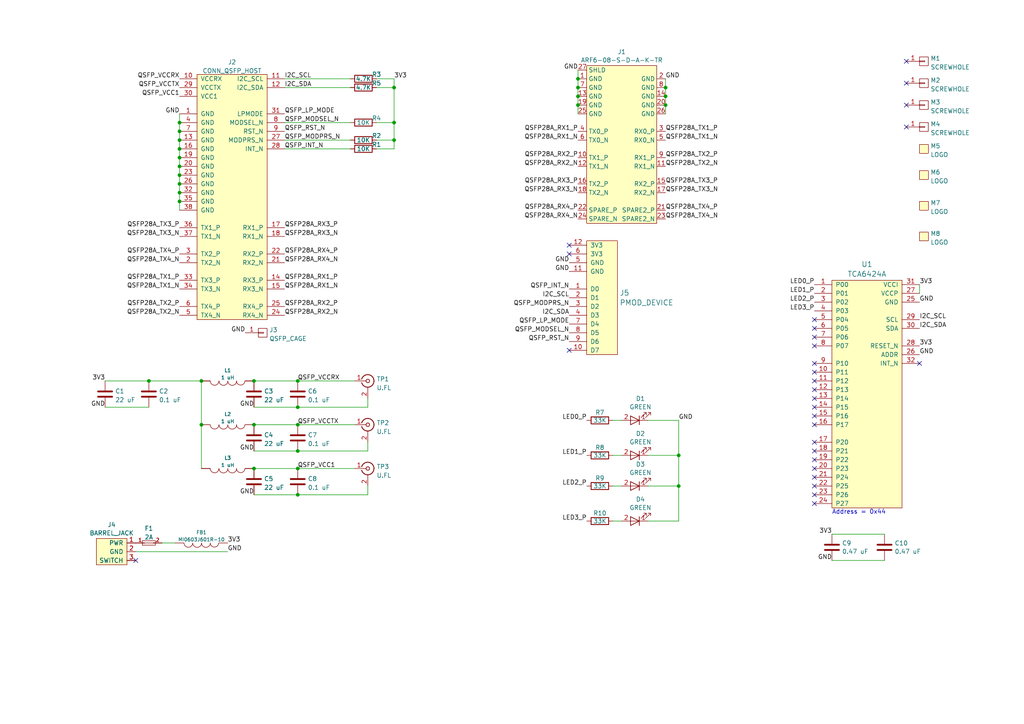
<source format=kicad_sch>
(kicad_sch (version 20231120) (generator "eeschema") (generator_version "8.0")
  (paper "A4")
  (title_block (title "QSFP+ to ARF6") (date "2025-03-01") (rev "0.1") (company "Antikernel Labs") (comment 1 "Andrew D. Zonenberg"))
  (lib_symbols
    (symbol "conn:CONN_01X01" (pin_names (offset 1.016) hide)
      (property "Reference" "J" (at 0 2.54 0))
      (property "Value" "CONN_01X01" (at 2.54 0 90))
      (symbol "CONN_01X01_0_1"
        (rectangle (start -1.27 0.127) (end 0.254 -0.127))
        (rectangle (start -1.27 1.27) (end 1.27 -1.27))
      )
      (symbol "CONN_01X01_1_1"
        (pin passive line (at -5.08 0 0) (length 3.81) (name "P1") (number "1"))
      )
    )
    (symbol "conn:CONN_COAXIAL" (pin_names (offset 1.016) hide)
      (property "Reference" "J" (at 0.254 3.048 0))
      (property "Value" "CONN_COAXIAL" (at 2.921 0 90))
      (symbol "CONN_COAXIAL_0_1"
        (arc (start -1.778 -0.508) (mid 0.2311 -1.8066) (end 1.778 0) (stroke (width 0.254)))
        (polyline (pts (xy -1.27 0) (xy -0.508 0)))
        (polyline (pts (xy 0 -2.54) (xy 0 -1.778)))
        (circle (center 0 0) (radius 0.508) (stroke (width 0.2032)))
        (arc (start 1.778 0) (mid 0.2099 1.8101) (end -1.778 0.508) (stroke (width 0.254)))
      )
      (symbol "CONN_COAXIAL_1_1"
        (pin passive line (at -3.81 0 0) (length 2.54) (name "In") (number "1"))
        (pin passive line (at 0 -5.08 90) (length 2.54) (name "Ext") (number "2"))
      )
    )
    (symbol "device:C" (pin_numbers hide) (pin_names (offset 0.254))
      (property "Reference" "C" (at 0.635 2.54 0))
      (property "Value" "C" (at 0.635 -2.54 0))
      (symbol "C_0_1"
        (polyline (pts (xy -2.032 -0.762) (xy 2.032 -0.762)) (stroke (width 0.508)))
        (polyline (pts (xy -2.032 0.762) (xy 2.032 0.762)) (stroke (width 0.508)))
      )
      (symbol "C_1_1"
        (pin passive line (at 0 3.81 270) (length 2.794) (name "~") (number "1"))
        (pin passive line (at 0 -3.81 90) (length 2.794) (name "~") (number "2"))
      )
    )
    (symbol "device:LED" (pin_names (offset 1.016) hide)
      (property "Reference" "D" (at 0 2.54 0))
      (property "Value" "LED" (at 0 -2.54 0))
      (symbol "LED_0_1"
        (polyline (pts (xy -1.27 -1.27) (xy -1.27 1.27)) (stroke (width 0.2032)))
        (polyline (pts (xy -1.27 0) (xy 1.27 0)))
        (polyline (pts (xy 1.27 -1.27) (xy 1.27 1.27) (xy -1.27 0) (xy 1.27 -1.27)) (stroke (width 0.2032)))
        (polyline (pts (xy -3.048 -0.762) (xy -4.572 -2.286) (xy -3.81 -2.286) (xy -4.572 -2.286) (xy -4.572 -1.524)))
        (polyline (pts (xy -1.778 -0.762) (xy -3.302 -2.286) (xy -2.54 -2.286) (xy -3.302 -2.286) (xy -3.302 -1.524)))
      )
      (symbol "LED_1_1"
        (pin passive line (at -3.81 0 0) (length 2.54) (name "K") (number "1"))
        (pin passive line (at 3.81 0 180) (length 2.54) (name "A") (number "2"))
      )
    )
    (symbol "device:R" (pin_numbers hide) (pin_names (offset 0))
      (property "Reference" "R" (at 2.032 0 90))
      (property "Value" "R" (at 0 0 90))
      (symbol "R_0_1"
        (rectangle (start -1.016 -2.54) (end 1.016 2.54) (stroke (width 0.254)))
      )
      (symbol "R_1_1"
        (pin passive line (at 0 3.81 270) (length 1.27) (name "~") (number "1"))
        (pin passive line (at 0 -3.81 90) (length 1.27) (name "~") (number "2"))
      )
    )
    (symbol "passive-azonenberg:INDUCTOR_PWROUT" (pin_numbers hide) (pin_names (offset 1.016) hide)
      (property "Reference" "L" (at -1.27 0 90))
      (property "Value" "INDUCTOR_PWROUT" (at 2.54 0 90))
      (symbol "INDUCTOR_PWROUT_0_1"
        (arc (start 0.0254 -5.0546) (mid 1.245 -3.7973) (end 0.0254 -2.54))
        (arc (start 0.0254 -2.5146) (mid 1.2704 -1.2319) (end 0.0254 0.0508))
        (arc (start 0.0254 0.0254) (mid 1.2704 1.3081) (end 0.0254 2.5908))
        (arc (start 0.0254 2.5654) (mid 1.1942 3.7719) (end 0.0254 4.9784))
      )
      (symbol "INDUCTOR_PWROUT_1_1"
        (pin power_out line (at 0 7.62 270) (length 2.54) (name "1") (number "1"))
        (pin passive line (at 0 -7.62 90) (length 2.54) (name "2") (number "2"))
      )
    )
    (symbol "power-azonenberg:BARREL_JACK" (pin_names (offset 1.016))
      (property "Reference" "J" (at 1.27 -1.27 0))
      (property "Value" "BARREL_JACK" (at 6.35 -3.81 0))
      (symbol "BARREL_JACK_0_1"
        (rectangle (start 0 7.62) (end -8.89 0) (fill (type background)))
      )
      (symbol "BARREL_JACK_1_1"
        (pin power_out line (at 2.54 6.35 180) (length 2.54) (name "PWR") (number "1"))
        (pin power_out line (at 2.54 3.81 180) (length 2.54) (name "GND") (number "2"))
        (pin passive line (at 2.54 1.27 180) (length 2.54) (name "SWITCH") (number "3"))
      )
    )
    (symbol "power-azonenberg:FUSE_PWROUT_2" (pin_names (offset 0.254))
      (property "Reference" "F" (at 4.445 1.27 0))
      (property "Value" "FUSE_PWROUT_2" (at -0.635 -1.905 0))
      (symbol "FUSE_PWROUT_2_0_1"
        (rectangle (start -1.905 0.635) (end 1.905 -0.635))
        (polyline (pts (xy 1.905 0) (xy -1.905 0)))
      )
      (symbol "FUSE_PWROUT_2_1_1"
        (pin power_in line (at -3.81 0 0) (length 2.54) (name "~") (number "1"))
        (pin power_out line (at 3.81 0 180) (length 2.54) (name "~") (number "2"))
      )
    )
    (symbol "special-azonenberg:CONN_LATENTRED_LINECARD_HS_HOST"
      (property "Reference" "J" (at 0 -1.27 0))
      (property "Value" "ARF6-08-S-D-A-K-TR" (at 0 0 0))
      (symbol "CONN_LATENTRED_LINECARD_HS_HOST_1_1"
        (rectangle (start 0 45.72) (end 20.32 0) (fill (type background)))
        (pin power_in line (at -2.54 41.91 0) (length 2.54) (name "GND") (number "1"))
        (pin input line (at -2.54 19.05 0) (length 2.54) (name "TX1_P") (number "10"))
        (pin output line (at 22.86 16.51 180) (length 2.54) (name "RX1_N") (number "11"))
        (pin input line (at -2.54 16.51 0) (length 2.54) (name "TX1_N") (number "12"))
        (pin power_in line (at -2.54 36.83 0) (length 2.54) (name "GND") (number "13"))
        (pin power_in line (at 22.86 36.83 180) (length 2.54) (name "GND") (number "14"))
        (pin output line (at 22.86 11.43 180) (length 2.54) (name "RX2_P") (number "15"))
        (pin input line (at -2.54 11.43 0) (length 2.54) (name "TX2_P") (number "16"))
        (pin output line (at 22.86 8.89 180) (length 2.54) (name "RX2_N") (number "17"))
        (pin input line (at -2.54 8.89 0) (length 2.54) (name "TX2_N") (number "18"))
        (pin power_in line (at -2.54 34.29 0) (length 2.54) (name "GND") (number "19"))
        (pin power_in line (at 22.86 41.91 180) (length 2.54) (name "GND") (number "2"))
        (pin power_in line (at 22.86 34.29 180) (length 2.54) (name "GND") (number "20"))
        (pin output line (at 22.86 3.81 180) (length 2.54) (name "SPARE2_P") (number "21"))
        (pin input line (at -2.54 3.81 0) (length 2.54) (name "SPARE_P") (number "22"))
        (pin output line (at 22.86 1.27 180) (length 2.54) (name "SPARE2_N") (number "23"))
        (pin input line (at -2.54 1.27 0) (length 2.54) (name "SPARE_N") (number "24"))
        (pin power_in line (at -2.54 31.75 0) (length 2.54) (name "GND") (number "25"))
        (pin power_in line (at 22.86 31.75 180) (length 2.54) (name "GND") (number "26"))
        (pin power_in line (at -2.54 44.45 0) (length 2.54) (name "SHLD") (number "27"))
        (pin output line (at 22.86 26.67 180) (length 2.54) (name "RX0_P") (number "3"))
        (pin input line (at -2.54 26.67 0) (length 2.54) (name "TX0_P") (number "4"))
        (pin output line (at 22.86 24.13 180) (length 2.54) (name "RX0_N") (number "5"))
        (pin input line (at -2.54 24.13 0) (length 2.54) (name "TX0_N") (number "6"))
        (pin power_in line (at -2.54 39.37 0) (length 2.54) (name "GND") (number "7"))
        (pin power_in line (at 22.86 39.37 180) (length 2.54) (name "GND") (number "8"))
        (pin output line (at 22.86 19.05 180) (length 2.54) (name "RX1_P") (number "9"))
      )
    )
    (symbol "special-azonenberg:CONN_QSFP_HOST" (pin_names (offset 1.016))
      (property "Reference" "J" (at 0 -1.27 0))
      (property "Value" "CONN_QSFP_HOST" (at 0 -3.81 0))
      (symbol "CONN_QSFP_HOST_0_1"
        (rectangle (start 0 71.12) (end 20.32 0) (fill (type background)))
      )
      (symbol "CONN_QSFP_HOST_1_1"
        (pin power_in line (at -5.08 59.69 0) (length 5.08) (name "GND") (number "1"))
        (pin power_in line (at -5.08 69.85 0) (length 5.08) (name "VCCRX") (number "10"))
        (pin input line (at 25.4 69.85 180) (length 5.08) (name "I2C_SCL") (number "11"))
        (pin bidirectional line (at 25.4 67.31 180) (length 5.08) (name "I2C_SDA") (number "12"))
        (pin power_in line (at -5.08 52.07 0) (length 5.08) (name "GND") (number "13"))
        (pin output line (at 25.4 11.43 180) (length 5.08) (name "RX3_P") (number "14"))
        (pin output line (at 25.4 8.89 180) (length 5.08) (name "RX3_N") (number "15"))
        (pin power_in line (at -5.08 49.53 0) (length 5.08) (name "GND") (number "16"))
        (pin output line (at 25.4 26.67 180) (length 5.08) (name "RX1_P") (number "17"))
        (pin output line (at 25.4 24.13 180) (length 5.08) (name "RX1_N") (number "18"))
        (pin power_in line (at -5.08 46.99 0) (length 5.08) (name "GND") (number "19"))
        (pin input line (at -5.08 16.51 0) (length 5.08) (name "TX2_N") (number "2"))
        (pin power_in line (at -5.08 44.45 0) (length 5.08) (name "GND") (number "20"))
        (pin output line (at 25.4 16.51 180) (length 5.08) (name "RX2_N") (number "21"))
        (pin output line (at 25.4 19.05 180) (length 5.08) (name "RX2_P") (number "22"))
        (pin power_in line (at -5.08 41.91 0) (length 5.08) (name "GND") (number "23"))
        (pin output line (at 25.4 1.27 180) (length 5.08) (name "RX4_N") (number "24"))
        (pin output line (at 25.4 3.81 180) (length 5.08) (name "RX4_P") (number "25"))
        (pin power_in line (at -5.08 39.37 0) (length 5.08) (name "GND") (number "26"))
        (pin output line (at 25.4 52.07 180) (length 5.08) (name "MODPRS_N") (number "27"))
        (pin output line (at 25.4 49.53 180) (length 5.08) (name "INT_N") (number "28"))
        (pin power_in line (at -5.08 67.31 0) (length 5.08) (name "VCCTX") (number "29"))
        (pin input line (at -5.08 19.05 0) (length 5.08) (name "TX2_P") (number "3"))
        (pin power_in line (at -5.08 64.77 0) (length 5.08) (name "VCC1") (number "30"))
        (pin input line (at 25.4 59.69 180) (length 5.08) (name "LPMODE") (number "31"))
        (pin power_in line (at -5.08 36.83 0) (length 5.08) (name "GND") (number "32"))
        (pin input line (at -5.08 11.43 0) (length 5.08) (name "TX3_P") (number "33"))
        (pin input line (at -5.08 8.89 0) (length 5.08) (name "TX3_N") (number "34"))
        (pin power_in line (at -5.08 34.29 0) (length 5.08) (name "GND") (number "35"))
        (pin input line (at -5.08 26.67 0) (length 5.08) (name "TX1_P") (number "36"))
        (pin input line (at -5.08 24.13 0) (length 5.08) (name "TX1_N") (number "37"))
        (pin power_in line (at -5.08 31.75 0) (length 5.08) (name "GND") (number "38"))
        (pin power_in line (at -5.08 57.15 0) (length 5.08) (name "GND") (number "4"))
        (pin input line (at -5.08 1.27 0) (length 5.08) (name "TX4_N") (number "5"))
        (pin input line (at -5.08 3.81 0) (length 5.08) (name "TX4_P") (number "6"))
        (pin power_in line (at -5.08 54.61 0) (length 5.08) (name "GND") (number "7"))
        (pin input line (at 25.4 57.15 180) (length 5.08) (name "MODSEL_N") (number "8"))
        (pin input line (at 25.4 54.61 180) (length 5.08) (name "RST_N") (number "9"))
      )
    )
    (symbol "special-azonenberg:MECHANICAL" (pin_names (offset 1.016))
      (property "Reference" "M" (at 0 -2.54 0))
      (property "Value" "MECHANICAL" (at 0 -5.08 0))
      (symbol "MECHANICAL_0_1"
        (rectangle (start 0 1.27) (end 2.54 -1.27) (fill (type background)))
      )
    )
    (symbol "special-azonenberg:PMOD_DEVICE" (pin_names (offset 1.016))
      (property "Reference" "J" (at 0 -1.27 0))
      (property "Value" "PMOD_DEVICE" (at 0 -3.81 0))
      (symbol "PMOD_DEVICE_0_1"
        (rectangle (start 0 33.02) (end 8.89 0) (fill (type background)))
      )
      (symbol "PMOD_DEVICE_1_1"
        (pin bidirectional line (at -5.08 19.05 0) (length 5.08) (name "D0") (number "1"))
        (pin bidirectional line (at -5.08 1.27 0) (length 5.08) (name "D7") (number "10"))
        (pin power_in line (at -5.08 24.13 0) (length 5.08) (name "GND") (number "11"))
        (pin power_out line (at -5.08 31.75 0) (length 5.08) (name "3V3") (number "12"))
        (pin bidirectional line (at -5.08 16.51 0) (length 5.08) (name "D1") (number "2"))
        (pin bidirectional line (at -5.08 13.97 0) (length 5.08) (name "D2") (number "3"))
        (pin bidirectional line (at -5.08 11.43 0) (length 5.08) (name "D3") (number "4"))
        (pin power_out line (at -5.08 26.67 0) (length 5.08) (name "GND") (number "5"))
        (pin power_in line (at -5.08 29.21 0) (length 5.08) (name "3V3") (number "6"))
        (pin bidirectional line (at -5.08 8.89 0) (length 5.08) (name "D4") (number "7"))
        (pin bidirectional line (at -5.08 6.35 0) (length 5.08) (name "D5") (number "8"))
        (pin bidirectional line (at -5.08 3.81 0) (length 5.08) (name "D6") (number "9"))
      )
    )
    (symbol "special-azonenberg:TCA6424A" (pin_names (offset 1.016))
      (property "Reference" "U" (at 0 -1.27 0))
      (property "Value" "TCA6424A" (at 0 -3.81 0))
      (symbol "TCA6424A_0_1"
        (rectangle (start 0 66.04) (end 20.32 0) (fill (type background)))
      )
      (symbol "TCA6424A_1_1"
        (pin bidirectional line (at -5.08 64.77 0) (length 5.08) (name "P00") (number "1"))
        (pin bidirectional line (at -5.08 39.37 0) (length 5.08) (name "P11") (number "10"))
        (pin bidirectional line (at -5.08 36.83 0) (length 5.08) (name "P12") (number "11"))
        (pin bidirectional line (at -5.08 34.29 0) (length 5.08) (name "P13") (number "12"))
        (pin bidirectional line (at -5.08 31.75 0) (length 5.08) (name "P14") (number "13"))
        (pin bidirectional line (at -5.08 29.21 0) (length 5.08) (name "P15") (number "14"))
        (pin bidirectional line (at -5.08 26.67 0) (length 5.08) (name "P16") (number "15"))
        (pin bidirectional line (at -5.08 24.13 0) (length 5.08) (name "P17") (number "16"))
        (pin bidirectional line (at -5.08 19.05 0) (length 5.08) (name "P20") (number "17"))
        (pin bidirectional line (at -5.08 16.51 0) (length 5.08) (name "P21") (number "18"))
        (pin bidirectional line (at -5.08 13.97 0) (length 5.08) (name "P22") (number "19"))
        (pin bidirectional line (at -5.08 62.23 0) (length 5.08) (name "P01") (number "2"))
        (pin bidirectional line (at -5.08 11.43 0) (length 5.08) (name "P23") (number "20"))
        (pin bidirectional line (at -5.08 8.89 0) (length 5.08) (name "P24") (number "21"))
        (pin bidirectional line (at -5.08 6.35 0) (length 5.08) (name "P25") (number "22"))
        (pin bidirectional line (at -5.08 3.81 0) (length 5.08) (name "P26") (number "23"))
        (pin bidirectional line (at -5.08 1.27 0) (length 5.08) (name "P27") (number "24"))
        (pin power_in line (at 25.4 59.69 180) (length 5.08) (name "GND") (number "25"))
        (pin input line (at 25.4 44.45 180) (length 5.08) (name "ADDR") (number "26"))
        (pin power_in line (at 25.4 62.23 180) (length 5.08) (name "VCCP") (number "27"))
        (pin input line (at 25.4 46.99 180) (length 5.08) (name "RESET_N") (number "28"))
        (pin input line (at 25.4 54.61 180) (length 5.08) (name "SCL") (number "29"))
        (pin bidirectional line (at -5.08 59.69 0) (length 5.08) (name "P02") (number "3"))
        (pin bidirectional line (at 25.4 52.07 180) (length 5.08) (name "SDA") (number "30"))
        (pin power_in line (at 25.4 64.77 180) (length 5.08) (name "VCCI") (number "31"))
        (pin open_collector line (at 25.4 41.91 180) (length 5.08) (name "INT_N") (number "32"))
        (pin bidirectional line (at -5.08 57.15 0) (length 5.08) (name "P03") (number "4"))
        (pin bidirectional line (at -5.08 54.61 0) (length 5.08) (name "P04") (number "5"))
        (pin bidirectional line (at -5.08 52.07 0) (length 5.08) (name "P05") (number "6"))
        (pin bidirectional line (at -5.08 49.53 0) (length 5.08) (name "P06") (number "7"))
        (pin bidirectional line (at -5.08 46.99 0) (length 5.08) (name "P07") (number "8"))
        (pin bidirectional line (at -5.08 41.91 0) (length 5.08) (name "P10") (number "9"))
      )
    )
  )
  (junction (at 73.66 135.89))
  (junction (at 58.42 110.49))
  (junction (at 52.07 35.56))
  (junction (at 114.3 40.64))
  (junction (at 52.07 40.64))
  (junction (at 52.07 55.88))
  (junction (at 114.3 35.56))
  (junction (at 114.3 25.4))
  (junction (at 86.36 130.81))
  (junction (at 52.07 50.8))
  (junction (at 52.07 48.26))
  (junction (at 193.04 25.4))
  (junction (at 196.85 140.97))
  (junction (at 86.36 110.49))
  (junction (at 196.85 132.08))
  (junction (at 167.64 30.48))
  (junction (at 167.64 25.4))
  (junction (at 58.42 123.19))
  (junction (at 52.07 38.1))
  (junction (at 193.04 27.94))
  (junction (at 193.04 30.48))
  (junction (at 52.07 43.18))
  (junction (at 167.64 22.86))
  (junction (at 86.36 143.51))
  (junction (at 52.07 53.34))
  (junction (at 43.18 110.49))
  (junction (at 73.66 123.19))
  (junction (at 167.64 27.94))
  (junction (at 52.07 58.42))
  (junction (at 86.36 123.19))
  (junction (at 73.66 110.49))
  (junction (at 52.07 45.72))
  (junction (at 86.36 135.89))
  (junction (at 86.36 118.11))
  (no_connect (at 236.22 133.35))
  (no_connect (at 262.89 36.83))
  (no_connect (at 262.89 17.78))
  (no_connect (at 236.22 146.05))
  (no_connect (at 236.22 97.79))
  (no_connect (at 236.22 113.03))
  (no_connect (at 236.22 92.71))
  (no_connect (at 236.22 128.27))
  (no_connect (at 165.1 71.12))
  (no_connect (at 236.22 120.65))
  (no_connect (at 266.7 105.41))
  (no_connect (at 262.89 30.48))
  (no_connect (at 262.89 24.13))
  (no_connect (at 236.22 105.41))
  (no_connect (at 236.22 110.49))
  (no_connect (at 165.1 101.6))
  (no_connect (at 236.22 138.43))
  (no_connect (at 236.22 100.33))
  (no_connect (at 236.22 115.57))
  (no_connect (at 165.1 73.66))
  (no_connect (at 236.22 135.89))
  (no_connect (at 236.22 118.11))
  (no_connect (at 236.22 95.25))
  (no_connect (at 236.22 130.81))
  (no_connect (at 236.22 107.95))
  (no_connect (at 39.37 162.56))
  (no_connect (at 236.22 143.51))
  (no_connect (at 236.22 123.19))
  (no_connect (at 236.22 140.97))
  (wire (pts (xy 86.36 118.11) (xy 106.68 118.11)))
  (wire (pts (xy 52.07 58.42) (xy 52.07 60.96)))
  (wire (pts (xy 52.07 35.56) (xy 52.07 38.1)))
  (wire (pts (xy 187.96 132.08) (xy 196.85 132.08)))
  (wire (pts (xy 86.36 123.19) (xy 102.87 123.19)))
  (wire (pts (xy 43.18 110.49) (xy 58.42 110.49)))
  (wire (pts (xy 266.7 82.55) (xy 266.7 85.09)))
  (wire (pts (xy 241.3 154.94) (xy 256.54 154.94)))
  (wire (pts (xy 52.07 40.64) (xy 52.07 43.18)))
  (wire (pts (xy 30.48 110.49) (xy 43.18 110.49)))
  (wire (pts (xy 52.07 53.34) (xy 52.07 55.88)))
  (wire (pts (xy 39.37 160.02) (xy 66.04 160.02)))
  (wire (pts (xy 114.3 35.56) (xy 114.3 40.64)))
  (wire (pts (xy 52.07 45.72) (xy 52.07 48.26)))
  (wire (pts (xy 177.8 140.97) (xy 180.34 140.97)))
  (wire (pts (xy 177.8 151.13) (xy 180.34 151.13)))
  (wire (pts (xy 52.07 50.8) (xy 52.07 53.34)))
  (wire (pts (xy 86.36 130.81) (xy 106.68 130.81)))
  (wire (pts (xy 167.64 27.94) (xy 167.64 30.48)))
  (wire (pts (xy 193.04 27.94) (xy 193.04 30.48)))
  (wire (pts (xy 187.96 140.97) (xy 196.85 140.97)))
  (wire (pts (xy 196.85 151.13) (xy 187.96 151.13)))
  (wire (pts (xy 52.07 48.26) (xy 52.07 50.8)))
  (wire (pts (xy 177.8 121.92) (xy 180.34 121.92)))
  (wire (pts (xy 114.3 40.64) (xy 114.3 43.18)))
  (wire (pts (xy 73.66 123.19) (xy 86.36 123.19)))
  (wire (pts (xy 106.68 130.81) (xy 106.68 128.27)))
  (wire (pts (xy 109.22 35.56) (xy 114.3 35.56)))
  (wire (pts (xy 106.68 143.51) (xy 106.68 140.97)))
  (wire (pts (xy 73.66 130.81) (xy 86.36 130.81)))
  (wire (pts (xy 82.55 40.64) (xy 101.6 40.64)))
  (wire (pts (xy 109.22 40.64) (xy 114.3 40.64)))
  (wire (pts (xy 73.66 135.89) (xy 86.36 135.89)))
  (wire (pts (xy 86.36 135.89) (xy 102.87 135.89)))
  (wire (pts (xy 73.66 143.51) (xy 86.36 143.51)))
  (wire (pts (xy 167.64 20.32) (xy 167.64 22.86)))
  (wire (pts (xy 58.42 110.49) (xy 58.42 123.19)))
  (wire (pts (xy 196.85 121.92) (xy 196.85 132.08)))
  (wire (pts (xy 196.85 140.97) (xy 196.85 151.13)))
  (wire (pts (xy 187.96 121.92) (xy 196.85 121.92)))
  (wire (pts (xy 167.64 22.86) (xy 167.64 25.4)))
  (wire (pts (xy 86.36 110.49) (xy 102.87 110.49)))
  (wire (pts (xy 177.8 132.08) (xy 180.34 132.08)))
  (wire (pts (xy 30.48 118.11) (xy 43.18 118.11)))
  (wire (pts (xy 52.07 38.1) (xy 52.07 40.64)))
  (wire (pts (xy 193.04 25.4) (xy 193.04 27.94)))
  (wire (pts (xy 167.64 30.48) (xy 167.64 33.02)))
  (wire (pts (xy 82.55 43.18) (xy 101.6 43.18)))
  (wire (pts (xy 82.55 25.4) (xy 101.6 25.4)))
  (wire (pts (xy 241.3 162.56) (xy 256.54 162.56)))
  (wire (pts (xy 109.22 25.4) (xy 114.3 25.4)))
  (wire (pts (xy 167.64 25.4) (xy 167.64 27.94)))
  (wire (pts (xy 73.66 118.11) (xy 86.36 118.11)))
  (wire (pts (xy 196.85 132.08) (xy 196.85 140.97)))
  (wire (pts (xy 82.55 22.86) (xy 101.6 22.86)))
  (wire (pts (xy 82.55 35.56) (xy 101.6 35.56)))
  (wire (pts (xy 114.3 25.4) (xy 114.3 35.56)))
  (wire (pts (xy 193.04 22.86) (xy 193.04 25.4)))
  (wire (pts (xy 52.07 43.18) (xy 52.07 45.72)))
  (wire (pts (xy 106.68 118.11) (xy 106.68 115.57)))
  (wire (pts (xy 58.42 123.19) (xy 58.42 135.89)))
  (wire (pts (xy 52.07 33.02) (xy 52.07 35.56)))
  (wire (pts (xy 114.3 22.86) (xy 114.3 25.4)))
  (wire (pts (xy 109.22 22.86) (xy 114.3 22.86)))
  (wire (pts (xy 46.99 157.48) (xy 50.8 157.48)))
  (wire (pts (xy 73.66 110.49) (xy 86.36 110.49)))
  (wire (pts (xy 52.07 55.88) (xy 52.07 58.42)))
  (wire (pts (xy 193.04 30.48) (xy 193.04 33.02)))
  (wire (pts (xy 114.3 43.18) (xy 109.22 43.18)))
  (wire (pts (xy 86.36 143.51) (xy 106.68 143.51)))
  (text "Address = 0x44" (at 241.3 148.59 0) (effects (font (size 1.27 1.27)) (justify left)))
  (label "QSFP28A_TX3_N" (at 52.07 68.58 180))
  (label "GND" (at 52.07 33.02 180))
  (label "QSFP28A_RX3_N" (at 82.55 68.58 0))
  (label "LED2_P" (at 170.18 140.97 180))
  (label "LED0_P" (at 236.22 82.55 180))
  (label "GND" (at 241.3 162.56 180))
  (label "GND" (at 73.66 118.11 180))
  (label "QSFP28A_TX2_N" (at 193.04 48.26 0))
  (label "QSFP_MODSEL_N" (at 165.1 96.52 180))
  (label "3V3" (at 30.48 110.49 180))
  (label "QSFP28A_RX2_P" (at 167.64 45.72 180))
  (label "QSFP28A_RX3_P" (at 167.64 53.34 180))
  (label "3V3" (at 241.3 154.94 180))
  (label "QSFP_VCCTX" (at 52.07 25.4 180))
  (label "QSFP28A_TX4_P" (at 52.07 73.66 180))
  (label "I2C_SCL" (at 165.1 86.36 180))
  (label "QSFP28A_TX2_P" (at 52.07 88.9 180))
  (label "QSFP_MODPRS_N" (at 82.55 40.64 0))
  (label "QSFP_LP_MODE" (at 82.55 33.02 0))
  (label "GND" (at 30.48 118.11 180))
  (label "LED3_P" (at 170.18 151.13 180))
  (label "QSFP28A_RX2_N" (at 167.64 48.26 180))
  (label "GND" (at 193.04 22.86 0))
  (label "QSFP28A_RX1_P" (at 167.64 38.1 180))
  (label "GND" (at 165.1 76.2 180))
  (label "GND" (at 266.7 87.63 0))
  (label "QSFP_LP_MODE" (at 165.1 93.98 180))
  (label "QSFP28A_TX1_P" (at 193.04 38.1 0))
  (label "GND" (at 167.64 20.32 180))
  (label "QSFP28A_TX3_P" (at 52.07 66.04 180))
  (label "QSFP28A_RX4_N" (at 82.55 76.2 0))
  (label "QSFP28A_RX3_P" (at 82.55 66.04 0))
  (label "QSFP28A_TX3_P" (at 193.04 53.34 0))
  (label "QSFP28A_TX1_N" (at 52.07 83.82 180))
  (label "QSFP28A_RX1_P" (at 82.55 81.28 0))
  (label "GND" (at 165.1 78.74 180))
  (label "I2C_SDA" (at 82.55 25.4 0))
  (label "QSFP_MODSEL_N" (at 82.55 35.56 0))
  (label "3V3" (at 266.7 82.55 0))
  (label "QSFP28A_RX4_P" (at 82.55 73.66 0))
  (label "LED1_P" (at 236.22 85.09 180))
  (label "LED2_P" (at 236.22 87.63 180))
  (label "GND" (at 71.12 96.52 180))
  (label "GND" (at 196.85 121.92 0))
  (label "QSFP_VCCRX" (at 86.36 110.49 0))
  (label "GND" (at 73.66 130.81 180))
  (label "QSFP_MODPRS_N" (at 165.1 88.9 180))
  (label "I2C_SDA" (at 266.7 95.25 0))
  (label "QSFP28A_TX1_N" (at 193.04 40.64 0))
  (label "QSFP_RST_N" (at 165.1 99.06 180))
  (label "3V3" (at 66.04 157.48 0))
  (label "3V3" (at 266.7 100.33 0))
  (label "LED0_P" (at 170.18 121.92 180))
  (label "I2C_SCL" (at 82.55 22.86 0))
  (label "QSFP_VCCTX" (at 86.36 123.19 0))
  (label "QSFP_VCCRX" (at 52.07 22.86 180))
  (label "QSFP28A_TX4_N" (at 52.07 76.2 180))
  (label "QSFP_VCC1" (at 86.36 135.89 0))
  (label "QSFP_RST_N" (at 82.55 38.1 0))
  (label "QSFP28A_TX2_P" (at 193.04 45.72 0))
  (label "QSFP28A_RX4_P" (at 167.64 60.96 180))
  (label "QSFP28A_RX1_N" (at 82.55 83.82 0))
  (label "LED1_P" (at 170.18 132.08 180))
  (label "QSFP28A_RX2_N" (at 82.55 91.44 0))
  (label "3V3" (at 114.3 22.86 0))
  (label "QSFP28A_TX2_N" (at 52.07 91.44 180))
  (label "GND" (at 66.04 160.02 0))
  (label "I2C_SCL" (at 266.7 92.71 0))
  (label "QSFP28A_RX2_P" (at 82.55 88.9 0))
  (label "GND" (at 73.66 143.51 180))
  (label "QSFP28A_RX4_N" (at 167.64 63.5 180))
  (label "QSFP_INT_N" (at 82.55 43.18 0))
  (label "QSFP28A_RX3_N" (at 167.64 55.88 180))
  (label "I2C_SDA" (at 165.1 91.44 180))
  (label "QSFP28A_TX1_P" (at 52.07 81.28 180))
  (label "QSFP_VCC1" (at 52.07 27.94 180))
  (label "LED3_P" (at 236.22 90.17 180))
  (label "QSFP28A_TX4_N" (at 193.04 63.5 0))
  (label "QSFP_INT_N" (at 165.1 83.82 180))
  (label "QSFP28A_RX1_N" (at 167.64 40.64 180))
  (label "QSFP28A_TX4_P" (at 193.04 60.96 0))
  (label "GND" (at 266.7 102.87 0))
  (label "QSFP28A_TX3_N" (at 193.04 55.88 0))
  (symbol (lib_id "passive-azonenberg:INDUCTOR_PWROUT") (at 66.04 135.89 270) (unit 1)
    (property "Reference" "L3" (at 66.04 132.8286 90) (effects (font (size 1.016 1.016))))
    (property "Value" "1 uH" (at 66.04 134.909 90) (effects (font (size 1.016 1.016))))
    (property "Footprint" "azonenberg_pcb:EIA_0805_INDUCTOR_NOSILK" (effects (hide yes)))
  )
  (symbol (lib_id "device:R") (at 105.41 43.18 90) (unit 1)
    (property "Reference" "R1" (at 109.22 41.91 90))
    (property "Value" "10K" (at 105.41 43.18 90))
    (property "Footprint" "azonenberg_pcb:EIA_0402_RES_NOSILK" (effects (hide yes)))
    (property "Description" "Resistor" (effects (hide yes)))
  )
  (symbol (lib_id "special-azonenberg:PMOD_DEVICE") (at 170.18 102.87 0) (unit 1)
    (property "Reference" "J5" (at 179.705 84.9435 0) (effects (font (size 1.524 1.524)) (justify left)))
    (property "Value" "PMOD_DEVICE" (at 179.705 87.7764 0) (effects (font (size 1.524 1.524)) (justify left)))
    (property "Footprint" "azonenberg_pcb:CONN_HEADER_2.54MM_2x6_RA_PMOD_MODULE" (effects (hide yes)))
  )
  (symbol (lib_id "passive-azonenberg:INDUCTOR_PWROUT") (at 66.04 123.19 270) (unit 1)
    (property "Reference" "L2" (at 66.04 120.1286 90) (effects (font (size 1.016 1.016))))
    (property "Value" "1 uH" (at 66.04 122.209 90) (effects (font (size 1.016 1.016))))
    (property "Footprint" "azonenberg_pcb:EIA_0805_INDUCTOR_NOSILK" (effects (hide yes)))
  )
  (symbol (lib_id "device:R") (at 173.99 140.97 90) (unit 1)
    (property "Reference" "R9" (at 173.99 138.684 90))
    (property "Value" "33K" (at 173.99 140.97 90))
    (property "Footprint" "azonenberg_pcb:EIA_0402_RES_NOSILK" (effects (hide yes)))
    (property "Description" "Resistor" (effects (hide yes)))
  )
  (symbol (lib_id "device:R") (at 173.99 151.13 90) (unit 1)
    (property "Reference" "R10" (at 173.99 148.844 90))
    (property "Value" "33K" (at 173.99 151.13 90))
    (property "Footprint" "azonenberg_pcb:EIA_0402_RES_NOSILK" (effects (hide yes)))
    (property "Description" "Resistor" (effects (hide yes)))
  )
  (symbol (lib_id "special-azonenberg:CONN_LATENTRED_LINECARD_HS_HOST") (at 170.18 64.77 0) (unit 1)
    (property "Reference" "J1" (at 180.34 15.0325 0))
    (property "Value" "ARF6-08-S-D-A-K-TR" (at 180.34 17.4568 0))
    (property "Footprint" "azonenberg_pcb:CONN_SAMTEC_ARF6-08-S-D-A-K-TR" (effects (hide yes)))
  )
  (symbol (lib_id "passive-azonenberg:INDUCTOR_PWROUT") (at 66.04 110.49 270) (unit 1)
    (property "Reference" "L1" (at 66.04 107.4286 90) (effects (font (size 1.016 1.016))))
    (property "Value" "1 uH" (at 66.04 109.509 90) (effects (font (size 1.016 1.016))))
    (property "Footprint" "azonenberg_pcb:EIA_0805_INDUCTOR_NOSILK" (effects (hide yes)))
  )
  (symbol (lib_id "conn:CONN_01X01") (at 267.97 36.83 0) (unit 1)
    (property "Reference" "M4" (at 269.875 35.9953 0) (effects (justify left)))
    (property "Value" "SCREWHOLE" (at 269.875 38.5322 0) (effects (justify left)))
    (property "Footprint" "azonenberg_pcb:MECHANICAL_CLEARANCEHOLE_4_40" (effects (hide yes)))
  )
  (symbol (lib_id "device:LED") (at 184.15 132.08 180) (unit 1)
    (property "Reference" "D2" (at 185.7502 125.7765 0))
    (property "Value" "GREEN" (at 185.7502 128.2008 0))
    (property "Footprint" "azonenberg_pcb:EIA_0402_LED" (effects (hide yes)))
    (property "Description" "LED generic" (effects (hide yes)))
  )
  (symbol (lib_id "conn:CONN_01X01") (at 76.2 96.52 0) (unit 1)
    (property "Reference" "J3" (at 78.105 95.6853 0) (effects (justify left)))
    (property "Value" "QSFP_CAGE" (at 78.105 98.2222 0) (effects (justify left)))
    (property "Footprint" "azonenberg_pcb:CONN_ZQSFP+_CAGE_TE_4-2170705-5" (effects (hide yes)))
  )
  (symbol (lib_id "device:R") (at 173.99 132.08 90) (unit 1)
    (property "Reference" "R8" (at 173.99 129.794 90))
    (property "Value" "33K" (at 173.99 132.08 90))
    (property "Footprint" "azonenberg_pcb:EIA_0402_RES_NOSILK" (effects (hide yes)))
    (property "Description" "Resistor" (effects (hide yes)))
  )
  (symbol (lib_id "special-azonenberg:MECHANICAL") (at 266.7 68.58 0) (unit 1)
    (property "Reference" "M8" (at 269.875 67.7453 0) (effects (justify left)))
    (property "Value" "LOGO" (at 269.875 70.2822 0) (effects (justify left)))
    (property "Footprint" "w_logo:Logo_silk_WEEE_3.4x5mm" (effects (hide yes)))
  )
  (symbol (lib_id "device:C") (at 86.36 114.3 0) (unit 1)
    (property "Reference" "C6" (at 89.281 113.4653 0) (effects (justify left)))
    (property "Value" "0.1 uF" (at 89.281 116.0022 0) (effects (justify left)))
    (property "Footprint" "azonenberg_pcb:EIA_0402_CAP_NOSILK" (effects (hide yes)))
  )
  (symbol (lib_id "conn:CONN_COAXIAL") (at 106.68 110.49 0) (unit 1)
    (property "Reference" "TP1" (at 109.2201 109.9485 0) (effects (justify left)))
    (property "Value" "U.FL" (at 109.2201 112.4854 0) (effects (justify left)))
    (property "Footprint" "azonenberg_pcb:CONN_U.FL_TE_1909763-1" (effects (hide yes)))
  )
  (symbol (lib_id "device:LED") (at 184.15 121.92 180) (unit 1)
    (property "Reference" "D1" (at 185.7502 115.6165 0))
    (property "Value" "GREEN" (at 185.7502 118.0408 0))
    (property "Footprint" "azonenberg_pcb:EIA_0402_LED" (effects (hide yes)))
    (property "Description" "LED generic" (effects (hide yes)))
  )
  (symbol (lib_id "conn:CONN_01X01") (at 267.97 17.78 0) (unit 1)
    (property "Reference" "M1" (at 269.875 16.9453 0) (effects (justify left)))
    (property "Value" "SCREWHOLE" (at 269.875 19.4822 0) (effects (justify left)))
    (property "Footprint" "azonenberg_pcb:MECHANICAL_CLEARANCEHOLE_4_40" (effects (hide yes)))
  )
  (symbol (lib_id "device:R") (at 105.41 25.4 90) (unit 1)
    (property "Reference" "R5" (at 109.22 24.13 90))
    (property "Value" "4.7K" (at 105.41 25.4 90))
    (property "Footprint" "azonenberg_pcb:EIA_0402_RES_NOSILK" (effects (hide yes)))
    (property "Description" "Resistor" (effects (hide yes)))
  )
  (symbol (lib_id "special-azonenberg:MECHANICAL") (at 266.7 50.8 0) (unit 1)
    (property "Reference" "M6" (at 269.875 49.9653 0) (effects (justify left)))
    (property "Value" "LOGO" (at 269.875 52.5022 0) (effects (justify left)))
    (property "Footprint" "w_logo:Logo_silk_ROHS_5x2.8mm" (effects (hide yes)))
  )
  (symbol (lib_id "device:C") (at 43.18 114.3 0) (unit 1)
    (property "Reference" "C2" (at 46.101 113.4653 0) (effects (justify left)))
    (property "Value" "0.1 uF" (at 46.101 116.0022 0) (effects (justify left)))
    (property "Footprint" "azonenberg_pcb:EIA_0402_CAP_NOSILK" (effects (hide yes)))
  )
  (symbol (lib_id "device:C") (at 86.36 127 0) (unit 1)
    (property "Reference" "C7" (at 89.281 126.1653 0) (effects (justify left)))
    (property "Value" "0.1 uF" (at 89.281 128.7022 0) (effects (justify left)))
    (property "Footprint" "azonenberg_pcb:EIA_0402_CAP_NOSILK" (effects (hide yes)))
  )
  (symbol (lib_id "special-azonenberg:MECHANICAL") (at 266.7 59.69 0) (unit 1)
    (property "Reference" "M7" (at 269.875 58.8553 0) (effects (justify left)))
    (property "Value" "LOGO" (at 269.875 61.3922 0) (effects (justify left)))
    (property "Footprint" "w_logo:Logo_silk_OSHW_6x6mm" (effects (hide yes)))
  )
  (symbol (lib_id "device:C") (at 73.66 127 0) (unit 1)
    (property "Reference" "C4" (at 76.581 126.1653 0) (effects (justify left)))
    (property "Value" "22 uF" (at 76.581 128.7022 0) (effects (justify left)))
    (property "Footprint" "azonenberg_pcb:EIA_1210_CAP_NOSILK" (effects (hide yes)))
  )
  (symbol (lib_id "device:R") (at 105.41 35.56 90) (unit 1)
    (property "Reference" "R4" (at 109.22 34.29 90))
    (property "Value" "10K" (at 105.41 35.56 90))
    (property "Footprint" "azonenberg_pcb:EIA_0402_RES_NOSILK" (effects (hide yes)))
    (property "Description" "Resistor" (effects (hide yes)))
  )
  (symbol (lib_id "device:R") (at 105.41 22.86 90) (unit 1)
    (property "Reference" "R3" (at 109.22 21.59 90))
    (property "Value" "4.7K" (at 105.41 22.86 90))
    (property "Footprint" "azonenberg_pcb:EIA_0402_RES_NOSILK" (effects (hide yes)))
    (property "Description" "Resistor" (effects (hide yes)))
  )
  (symbol (lib_id "device:C") (at 73.66 114.3 0) (unit 1)
    (property "Reference" "C3" (at 76.581 113.4653 0) (effects (justify left)))
    (property "Value" "22 uF" (at 76.581 116.0022 0) (effects (justify left)))
    (property "Footprint" "azonenberg_pcb:EIA_1210_CAP_NOSILK" (effects (hide yes)))
  )
  (symbol (lib_id "device:R") (at 105.41 40.64 90) (unit 1)
    (property "Reference" "R2" (at 109.22 39.37 90))
    (property "Value" "10K" (at 105.41 40.64 90))
    (property "Footprint" "azonenberg_pcb:EIA_0402_RES_NOSILK" (effects (hide yes)))
    (property "Description" "Resistor" (effects (hide yes)))
  )
  (symbol (lib_id "conn:CONN_01X01") (at 267.97 30.48 0) (unit 1)
    (property "Reference" "M3" (at 269.875 29.6453 0) (effects (justify left)))
    (property "Value" "SCREWHOLE" (at 269.875 32.1822 0) (effects (justify left)))
    (property "Footprint" "azonenberg_pcb:MECHANICAL_CLEARANCEHOLE_4_40" (effects (hide yes)))
  )
  (symbol (lib_id "conn:CONN_COAXIAL") (at 106.68 123.19 0) (unit 1)
    (property "Reference" "TP2" (at 109.2201 122.6485 0) (effects (justify left)))
    (property "Value" "U.FL" (at 109.2201 125.1854 0) (effects (justify left)))
    (property "Footprint" "azonenberg_pcb:CONN_U.FL_TE_1909763-1" (effects (hide yes)))
  )
  (symbol (lib_id "special-azonenberg:MECHANICAL") (at 266.7 43.18 0) (unit 1)
    (property "Reference" "M5" (at 269.875 42.3453 0) (effects (justify left)))
    (property "Value" "LOGO" (at 269.875 44.8822 0) (effects (justify left)))
    (property "Footprint" "azonenberg_pcb:LONGTHING-1200DPI" (effects (hide yes)))
  )
  (symbol (lib_id "device:C") (at 256.54 158.75 0) (unit 1)
    (property "Reference" "C10" (at 259.461 157.5378 0) (effects (justify left)))
    (property "Value" "0.47 uF" (at 259.461 159.9621 0) (effects (justify left)))
    (property "Footprint" "azonenberg_pcb:EIA_0402_CAP_NOSILK" (effects (hide yes)))
    (property "Description" "Unpolarized capacitor" (effects (hide yes)))
  )
  (symbol (lib_id "device:LED") (at 184.15 151.13 180) (unit 1)
    (property "Reference" "D4" (at 185.7502 144.8265 0))
    (property "Value" "GREEN" (at 185.7502 147.2508 0))
    (property "Footprint" "azonenberg_pcb:EIA_0402_LED" (effects (hide yes)))
    (property "Description" "LED generic" (effects (hide yes)))
  )
  (symbol (lib_id "special-azonenberg:CONN_QSFP_HOST") (at 57.15 92.71 0) (unit 1)
    (property "Reference" "J2" (at 67.31 18.0172 0))
    (property "Value" "CONN_QSFP_HOST" (at 67.31 20.5541 0))
    (property "Footprint" "azonenberg_pcb:CONN_ZQSFP+_TE_1551920-2" (effects (hide yes)))
  )
  (symbol (lib_id "device:C") (at 86.36 139.7 0) (unit 1)
    (property "Reference" "C8" (at 89.281 138.8653 0) (effects (justify left)))
    (property "Value" "0.1 uF" (at 89.281 141.4022 0) (effects (justify left)))
    (property "Footprint" "azonenberg_pcb:EIA_0402_CAP_NOSILK" (effects (hide yes)))
  )
  (symbol (lib_id "device:C") (at 73.66 139.7 0) (unit 1)
    (property "Reference" "C5" (at 76.581 138.8653 0) (effects (justify left)))
    (property "Value" "22 uF" (at 76.581 141.4022 0) (effects (justify left)))
    (property "Footprint" "azonenberg_pcb:EIA_1210_CAP_NOSILK" (effects (hide yes)))
  )
  (symbol (lib_id "device:R") (at 173.99 121.92 90) (unit 1)
    (property "Reference" "R7" (at 173.99 119.634 90))
    (property "Value" "33K" (at 173.99 121.92 90))
    (property "Footprint" "azonenberg_pcb:EIA_0402_RES_NOSILK" (effects (hide yes)))
    (property "Description" "Resistor" (effects (hide yes)))
  )
  (symbol (lib_id "power-azonenberg:FUSE_PWROUT_2") (at 43.18 157.48 0) (unit 1)
    (property "Reference" "F1" (at 43.18 153.2722 0))
    (property "Value" "2A" (at 43.18 155.8091 0))
    (property "Footprint" "azonenberg_pcb:EIA_0603_CAP_NOSILK" (effects (hide yes)))
  )
  (symbol (lib_id "power-azonenberg:BARREL_JACK") (at 36.83 163.83 0) (unit 1)
    (property "Reference" "J4" (at 32.385 152.1925 0))
    (property "Value" "BARREL_JACK" (at 32.385 154.6168 0))
    (property "Footprint" "azonenberg_pcb:CONN_CUI_PJ-058BH_HIPWR_BARREL_NOSLOT" (effects (hide yes)))
  )
  (symbol (lib_id "special-azonenberg:TCA6424A") (at 241.3 147.32 0) (unit 1)
    (property "Reference" "U1" (at 251.46 76.6496 0) (effects (font (size 1.524 1.524))))
    (property "Value" "TCA6424A" (at 251.46 79.4825 0) (effects (font (size 1.524 1.524))))
    (property "Footprint" "azonenberg_pcb:QFN_32_0.5MM_5x5MM" (effects (hide yes)))
  )
  (symbol (lib_id "device:C") (at 30.48 114.3 0) (unit 1)
    (property "Reference" "C1" (at 33.401 113.4653 0) (effects (justify left)))
    (property "Value" "22 uF" (at 33.401 116.0022 0) (effects (justify left)))
    (property "Footprint" "azonenberg_pcb:EIA_1210_CAP_NOSILK" (effects (hide yes)))
  )
  (symbol (lib_id "device:LED") (at 184.15 140.97 180) (unit 1)
    (property "Reference" "D3" (at 185.7502 134.6665 0))
    (property "Value" "GREEN" (at 185.7502 137.0908 0))
    (property "Footprint" "azonenberg_pcb:EIA_0402_LED" (effects (hide yes)))
    (property "Description" "LED generic" (effects (hide yes)))
  )
  (symbol (lib_id "device:C") (at 241.3 158.75 0) (unit 1)
    (property "Reference" "C9" (at 244.221 157.5378 0) (effects (justify left)))
    (property "Value" "0.47 uF" (at 244.221 159.9621 0) (effects (justify left)))
    (property "Footprint" "azonenberg_pcb:EIA_0402_CAP_NOSILK" (effects (hide yes)))
    (property "Description" "Unpolarized capacitor" (effects (hide yes)))
  )
  (symbol (lib_id "conn:CONN_01X01") (at 267.97 24.13 0) (unit 1)
    (property "Reference" "M2" (at 269.875 23.2953 0) (effects (justify left)))
    (property "Value" "SCREWHOLE" (at 269.875 25.8322 0) (effects (justify left)))
    (property "Footprint" "azonenberg_pcb:MECHANICAL_CLEARANCEHOLE_4_40" (effects (hide yes)))
  )
  (symbol (lib_id "conn:CONN_COAXIAL") (at 106.68 135.89 0) (unit 1)
    (property "Reference" "TP3" (at 109.2201 135.3485 0) (effects (justify left)))
    (property "Value" "U.FL" (at 109.2201 137.8854 0) (effects (justify left)))
    (property "Footprint" "azonenberg_pcb:CONN_U.FL_TE_1909763-1" (effects (hide yes)))
  )
  (symbol (lib_id "passive-azonenberg:INDUCTOR_PWROUT") (at 58.42 157.48 270) (unit 1)
    (property "Reference" "FB1" (at 58.42 154.4186 90) (effects (font (size 1.016 1.016))))
    (property "Value" "MI0603J601R-10" (at 58.42 156.499 90) (effects (font (size 1.016 1.016))))
    (property "Footprint" "azonenberg_pcb:EIA_0603_INDUCTOR_NOSILK" (effects (hide yes)))
  )
)
</source>
